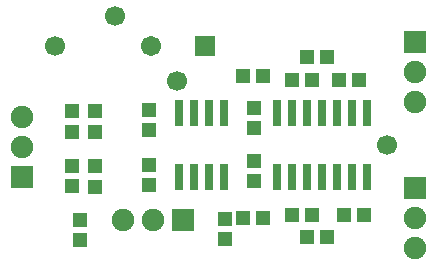
<source format=gbr>
G04 DipTrace Beta 2.3.5.2*
%INTopMask.gbr*%
%MOIN*%
%ADD16R,0.0669X0.0669*%
%ADD17C,0.0669*%
%ADD31R,0.0316X0.0867*%
%ADD33R,0.0513X0.0474*%
%ADD35C,0.0671*%
%ADD38C,0.0749*%
%ADD39R,0.0749X0.0749*%
%ADD40R,0.0474X0.0513*%
%FSLAX44Y44*%
G04*
G70*
G90*
G75*
G01*
%LNTopMask*%
%LPD*%
D40*
X7252Y6253D3*
Y5584D3*
X12087Y5638D3*
Y6308D3*
X7752Y7378D3*
Y8048D3*
Y9879D3*
Y9209D3*
D39*
X5315Y7690D3*
D38*
Y8690D3*
Y9690D3*
D39*
X18440Y7315D3*
D38*
Y6315D3*
Y5315D3*
D39*
Y12190D3*
D38*
Y11190D3*
Y10190D3*
D39*
X10690Y6253D3*
D38*
X9690D3*
X8690D3*
D17*
X10502Y10879D3*
D35*
X9627Y12066D3*
D17*
X17503Y8754D3*
D33*
X12690Y6315D3*
X13359D3*
X14315Y6440D3*
X14984D3*
X14815Y5690D3*
X15484D3*
X16065Y6440D3*
X16734D3*
X12690Y11065D3*
X13359D3*
X14315Y10940D3*
X14984D3*
X14815Y11690D3*
X15484D3*
X16565Y10940D3*
X15896D3*
D40*
X13065Y7565D3*
Y8234D3*
Y9315D3*
Y9984D3*
X7002Y8066D3*
Y7397D3*
X9565Y7440D3*
Y8109D3*
Y9940D3*
Y9271D3*
X7002Y9879D3*
Y9209D3*
D31*
X13815Y7690D3*
X14315D3*
X14815D3*
X15315D3*
X15815D3*
X16315D3*
X16815D3*
Y9816D3*
X16315D3*
X15815D3*
X15315D3*
X14815D3*
X14315D3*
X13815D3*
X10565Y7690D3*
X11065D3*
X11565D3*
X12065D3*
Y9816D3*
X11565D3*
X11065D3*
X10565D3*
D16*
X11440Y12065D3*
D17*
X8440Y13065D3*
X6440Y12065D3*
M02*

</source>
